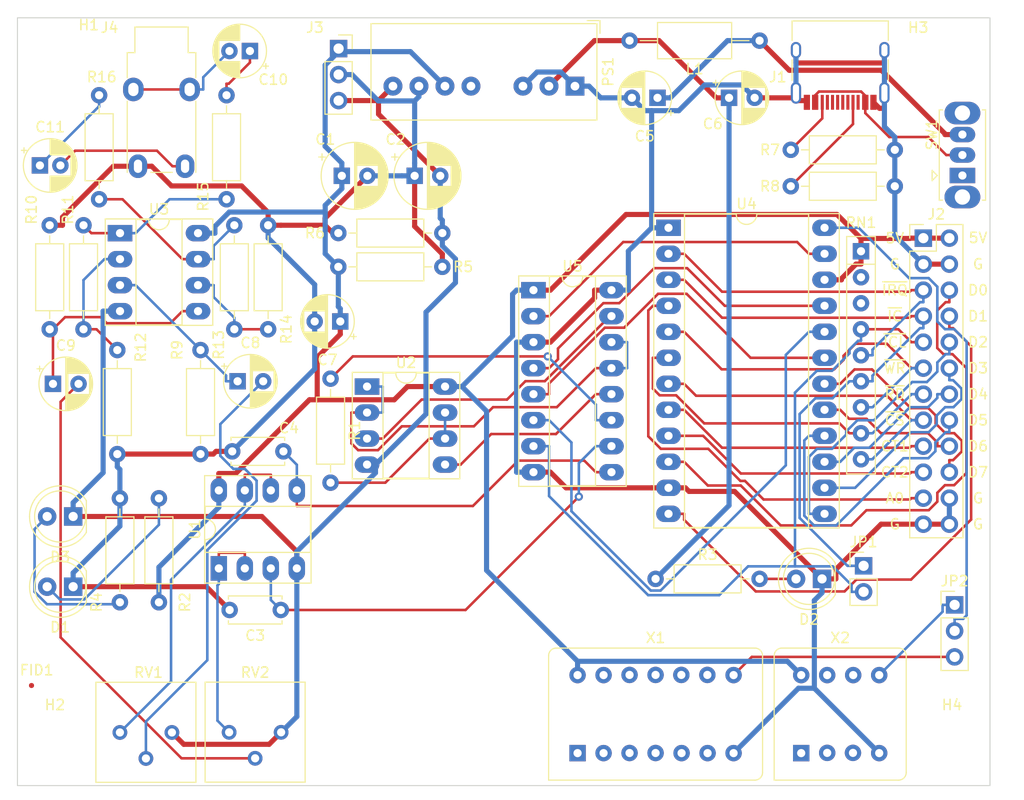
<source format=kicad_pcb>
(kicad_pcb (version 20211014) (generator pcbnew)
  (layers (0 "F.Cu" signal) (31 "B.Cu" signal) (34 "B.Paste" user) (35 "F.Paste" user) (36 "B.SilkS" user "B.Silkscreen") (37 "F.SilkS" user "F.Silkscreen") (38 "B.Mask" user) (39 "F.Mask" user) (44 "Edge.Cuts" user))
  (net 0 "")
  (net 1 "-5V")
  (net 2 "GNDA")
  (net 3 "VDD")
  (net 4 "CH2")
  (net 5 "CH1")
  (net 6 "VBUS")
  (net 7 "GND")
  (net 8 "+5V")
  (net 9 "Net-(C8-Pad1)")
  (net 10 "Net-(C8-Pad2)")
  (net 11 "Net-(C9-Pad1)")
  (net 12 "Net-(C9-Pad2)")
  (net 13 "Net-(C10-Pad1)")
  (net 14 "LCH_OUT")
  (net 15 "Net-(C11-Pad1)")
  (net 16 "RCH_OUT")
  (net 17 "Net-(D1-Pad2)")
  (net 18 "Net-(D2-Pad2)")
  (net 19 "Net-(D3-Pad2)")
  (net 20 "Net-(J1-PadA4)")
  (net 21 "Net-(J1-PadA5)")
  (net 25 "Net-(J1-PadB5)")
  (net 29 "~{IRQ}")
  (net 30 "D0")
  (net 31 "~{IC}")
  (net 32 "D1")
  (net 33 "~{ICL}")
  (net 34 "D2")
  (net 35 "~{WR}")
  (net 36 "D3")
  (net 37 "~{RD}")
  (net 38 "D4")
  (net 39 "~{CS}")
  (net 40 "D5")
  (net 41 "CT1")
  (net 42 "D6")
  (net 43 "CT2")
  (net 44 "D7")
  (net 45 "A0")
  (net 46 "CLK_DIP8")
  (net 47 "CLK")
  (net 48 "CLK_DIP14")
  (net 50 "Net-(R1-Pad1)")
  (net 51 "Net-(R1-Pad2)")
  (net 52 "Net-(R11-Pad1)")
  (net 53 "Net-(R11-Pad2)")
  (net 54 "Net-(R13-Pad1)")
  (net 55 "Net-(R13-Pad2)")
  (net 58 "LCH_FOLLOWER_OUT")
  (net 59 "RCH_FOLLOWER_OUT")
  (net 61 "Net-(U2-Pad1)")
  (net 62 "Net-(U2-Pad3)")
  (net 63 "Net-(U2-Pad5)")
  (net 64 "SH2")
  (net 65 "SH1")
  (net 66 "DATA")
  (net 67 "PHI1")
  (footprint "Potentiometer_THT:Potentiometer_Bourns_3386P_Vertical" (layer "F.Cu") (at 80.01 129.809 -90)
    (fp_text reference "RV1")
    (fp_text value "10kB")
  )
  (footprint "Resistor_THT:R_Array_SIP9" (layer "F.Cu") (at 152.4 82.804 -90)
    (fp_text reference "RN1")
    (fp_text value "4.7k * 8")
  )
  (footprint "Capacitor_THT:CP_Radial_D5.0mm_P2.50mm" (layer "F.Cu") (at 73.4709 95.758)
    (fp_text reference "C9")
    (fp_text value "10u")
  )
  (footprint "Resistor_THT:R_Axial_DIN0207_L6.3mm_D2.5mm_P10.16mm_Horizontal" (layer "F.Cu") (at 145.542 72.898)
    (fp_text reference "R7")
    (fp_text value "5.1k")
  )
  (footprint "Resistor_THT:R_Axial_DIN0207_L6.3mm_D2.5mm_P10.16mm_Horizontal" (layer "F.Cu") (at 79.756 92.456 -90)
    (fp_text reference "R12")
    (fp_text value "10k")
  )
  (footprint "Resistor_THT:R_Axial_DIN0207_L6.3mm_D2.5mm_P10.16mm_Horizontal" (layer "F.Cu") (at 94.488 90.424 90)
    (fp_text reference "R14")
    (fp_text value "10k")
  )
  (footprint "Capacitor_THT:CP_Radial_D5.0mm_P2.50mm" (layer "F.Cu") (at 139.5109 67.818)
    (fp_text reference "C6")
    (fp_text value "47uF")
  )
  (footprint "LED_THT:LED_D5.0mm" (layer "F.Cu") (at 75.443 115.57 180)
    (fp_text reference "D1")
    (fp_text value "5V_GREEN")
  )
  (footprint "Resistor_THT:R_Axial_DIN0207_L6.3mm_D2.5mm_P10.16mm_Horizontal" (layer "F.Cu") (at 80.01 117.094 90)
    (fp_text reference "R4")
    (fp_text value "2k")
  )
  (footprint "Resistor_THT:R_Axial_DIN0207_L6.3mm_D2.5mm_P10.16mm_Horizontal" (layer "F.Cu") (at 145.542 76.454)
    (fp_text reference "R8")
    (fp_text value "5.1k")
  )
  (footprint "Resistor_THT:R_Axial_DIN0207_L6.3mm_D2.5mm_P10.16mm_Horizontal" (layer "F.Cu") (at 76.454 80.264 -90)
    (fp_text reference "R11")
    (fp_text value "47k")
  )
  (footprint "Package_DIP:DIP-8_W7.62mm_Socket_LongPads" (layer "F.Cu") (at 80.02 81.036)
    (fp_text reference "U3")
    (fp_text value "NJM4580")
  )
  (footprint "Resistor_THT:R_Axial_DIN0207_L6.3mm_D2.5mm_P10.16mm_Horizontal" (layer "F.Cu") (at 101.346 81.026)
    (fp_text reference "R6")
    (fp_text value "200k")
  )
  (footprint "Capacitor_THT:CP_Radial_D5.0mm_P2.50mm" (layer "F.Cu") (at 101.5351 89.662 180)
    (fp_text reference "C7")
    (fp_text value "4.7u")
  )
  (footprint "LED_THT:LED_D5.0mm" (layer "F.Cu") (at 75.443 108.712 180)
    (fp_text reference "D3")
    (fp_text value "-5V_GREEN")
  )
  (footprint "Button_Switch_THT:SW_Slide_1P2T_CK_OS102011MS2Q" (layer "F.Cu") (at 162.306 75.406 90)
    (fp_text reference "SW1")
    (fp_text value "SW_SPDT")
  )
  (footprint "Package_DIP:DIP-8_W7.62mm_Socket_LongPads" (layer "F.Cu") (at 104.15 96.022)
    (fp_text reference "U2")
    (fp_text value "NJM4580")
  )
  (footprint "Capacitor_THT:C_Disc_D5.0mm_W2.5mm_P5.00mm" (layer "F.Cu") (at 95.728 117.846 180)
    (fp_text reference "C3")
    (fp_text value "3300p")
  )
  (footprint "MountingHole:MountingHole_3.2mm_M3" (layer "F.Cu") (at 73.66 131.318)
    (fp_text reference "H2")
    (fp_text value "MountingHole")
  )
  (footprint "Connector_PinHeader_2.54mm:PinHeader_1x02_P2.54mm_Vertical" (layer "F.Cu") (at 152.654 113.533)
    (fp_text reference "JP1")
    (fp_text value "Jumper_2_Open")
  )
  (footprint "Resistor_THT:R_Axial_DIN0207_L6.3mm_D2.5mm_P10.16mm_Horizontal" (layer "F.Cu") (at 91.186 80.264 -90)
    (fp_text reference "R13")
    (fp_text value "47k")
  )
  (footprint "Connector_PinSocket_2.54mm:PinSocket_1x03_P2.54mm_Vertical" (layer "F.Cu") (at 101.371 63.007)
    (fp_text reference "J3")
    (fp_text value "Conn_01x03")
  )
  (footprint "Resistor_THT:R_Axial_DIN0207_L6.3mm_D2.5mm_P10.16mm_Horizontal" (layer "F.Cu") (at 73.152 90.424 90)
    (fp_text reference "R10")
    (fp_text value "10k")
  )
  (footprint "Capacitor_THT:CP_Radial_D6.3mm_P2.50mm" (layer "F.Cu") (at 101.6876 75.438)
    (fp_text reference "C1")
    (fp_text value "100u")
  )
  (footprint "LED_THT:LED_D5.0mm" (layer "F.Cu") (at 148.595 114.808 180)
    (fp_text reference "D2")
    (fp_text value "VDD_GREEN")
  )
  (footprint "Capacitor_THT:CP_Radial_D6.3mm_P2.50mm" (layer "F.Cu") (at 108.7996 75.438)
    (fp_text reference "C2")
    (fp_text value "100u")
  )
  (footprint "Connector_PinHeader_2.54mm:PinHeader_2x12_P2.54mm_Vertical" (layer "F.Cu") (at 158.491 81.524)
    (fp_text reference "J2")
    (fp_text value "Conn_02x12_Odd_Even")
  )
  (footprint "Inductor_THT:L_Axial_L7.0mm_D3.3mm_P12.70mm_Horizontal_Fastron_MICC" (layer "F.Cu") (at 142.494 62.23 180)
    (fp_text reference "L1")
    (fp_text value "4.7uH")
  )
  (footprint "Resistor_THT:R_Axial_DIN0207_L6.3mm_D2.5mm_P10.16mm_Horizontal" (layer "F.Cu") (at 100.584 95.25 -90)
    (fp_text reference "R1")
    (fp_text value "270")
  )
  (footprint "Capacitor_THT:CP_Radial_D5.0mm_P2.50mm" (layer "F.Cu") (at 132.5231 67.818 180)
    (fp_text reference "C5")
    (fp_text value "47uF")
  )
  (footprint "Capacitor_THT:CP_Radial_D5.0mm_P2.00mm" (layer "F.Cu") (at 92.71 63.246 180)
    (fp_text reference "C10")
    (fp_text value "470u")
  )
  (footprint "MountingHole:MountingHole_3.2mm_M3" (layer "F.Cu") (at 161.29 63.754)
    (fp_text reference "H3")
    (fp_text value "MountingHole")
  )
  (footprint "Connector_USB:USB_C_Receptacle_HRO_TYPE-C-31-M-12" (layer "F.Cu") (at 150.368 64.21 180)
    (fp_text reference "J1")
    (fp_text value "USB_C_Receptacle_USB2.0")
  )
  (footprint "Capacitor_THT:CP_Radial_D5.0mm_P2.00mm" (layer "F.Cu") (at 72.1969 74.422)
    (fp_text reference "C11")
    (fp_text value "470u")
  )
  (footprint "Potentiometer_THT:Potentiometer_Bourns_3386P_Vertical" (layer "F.Cu") (at 90.678 129.794 -90)
    (fp_text reference "RV2")
    (fp_text value "10kB")
  )
  (footprint "Resistor_THT:R_Axial_DIN0207_L6.3mm_D2.5mm_P10.16mm_Horizontal" (layer "F.Cu") (at 101.346 84.328)
    (fp_text reference "R5")
    (fp_text value "200k")
  )
  (footprint "Package_DIP:DIP-16_W7.62mm_Socket_LongPads" (layer "F.Cu") (at 120.406 86.604)
    (fp_text reference "U5")
    (fp_text value "YM3012")
  )
  (footprint "Package_DIP:DIP-8_W7.62mm_Socket_LongPads" (layer "F.Cu") (at 89.672 113.782 90)
    (fp_text reference "U1")
    (fp_text value "NJM4580")
  )
  (footprint "Resistor_THT:R_Axial_DIN0207_L6.3mm_D2.5mm_P10.16mm_Horizontal" (layer "F.Cu") (at 90.424 77.724 90)
    (fp_text reference "R15")
    (fp_text value "47")
  )
  (footprint "Connector_PinHeader_2.54mm:PinHeader_1x03_P2.54mm_Vertical" (layer "F.Cu") (at 161.544 117.348)
    (fp_text reference "JP2")
    (fp_text value "Jumper_3_Open")
  )
  (footprint "Package_DIP:DIP-24_W15.24mm_Socket_LongPads" (layer "F.Cu") (at 133.599 80.513)
    (fp_text reference "U4")
    (fp_text value "YM2151")
  )
  (footprint "Capacitor_THT:CP_Radial_D5.0mm_P2.50mm" (layer "F.Cu") (at 91.5049 95.504)
    (fp_text reference "C8")
    (fp_text value "10u")
  )
  (footprint "Connector_Audio:Jack_3.5mm_Lumberg_1503_07_Horizontal" (layer "F.Cu") (at 81.324 67.001)
    (fp_text reference "J4")
    (fp_text value "AudioJack3")
  )
  (footprint "Resistor_THT:R_Axial_DIN0207_L6.3mm_D2.5mm_P10.16mm_Horizontal" (layer "F.Cu") (at 87.884 92.456 -90)
    (fp_text reference "R9")
    (fp_text value "10k")
  )
  (footprint "MayLib:Oscillator_DIP-8_Full" (layer "F.Cu") (at 146.558 131.826)
    (fp_text reference "X2")
    (fp_text value "CXO_DIP8")
  )
  (footprint "MountingHole:MountingHole_3.2mm_M3" (layer "F.Cu") (at 161.29 131.318)
    (fp_text reference "H4")
    (fp_text value "MountingHole")
  )
  (footprint "Converter_DCDC:Converter_DCDC_XP_POWER-ITxxxxxS_THT" (layer "F.Cu") (at 124.46 66.678 -90)
    (fp_text reference "PS1")
    (fp_text value "ITX0505S-R")
  )
  (footprint "Capacitor_THT:C_Disc_D5.0mm_W2.5mm_P5.00mm" (layer "F.Cu") (at 95.982 102.352 180)
    (fp_text reference "C4")
    (fp_text value "3300p")
  )
  (footprint "MayLib:Oscillator_DIP-14_Full" (layer "F.Cu") (at 124.714 131.826)
    (fp_text reference "X1")
    (fp_text value "CXO_DIP14")
  )
  (footprint "Resistor_THT:R_Axial_DIN0207_L6.3mm_D2.5mm_P10.16mm_Horizontal" (layer "F.Cu") (at 132.334 114.808)
    (fp_text reference "R3")
    (fp_text value "2k")
  )
  (footprint "Resistor_THT:R_Axial_DIN0207_L6.3mm_D2.5mm_P10.16mm_Horizontal" (layer "F.Cu") (at 83.82 117.094 90)
    (fp_text reference "R2")
    (fp_text value "2k")
  )
  (footprint "Resistor_THT:R_Axial_DIN0207_L6.3mm_D2.5mm_P10.16mm_Horizontal" (layer "F.Cu") (at 77.978 77.724 90)
    (fp_text reference "R16")
    (fp_text value "47")
  )
  (footprint "Fiducial:Fiducial_0.5mm_Mask1mm" (layer "F.Cu") (at 71.374 125.222)
    (fp_text reference "FID1")
    (fp_text value "Fiducial")
  )
  (footprint "MountingHole:MountingHole_3.2mm_M3" (layer "F.Cu") (at 73.66 63.754)
    (fp_text reference "H1")
    (fp_text value "MountingHole")
  )
  (gr_rect (start 70 60) (end 165 135) (layer "Edge.Cuts") (width 0.1) (fill none))
  (gr_text "~{IRQ}" (at 155.702 86.609) (layer "F.SilkS") (effects (font (size 1 1))))
  (gr_text "D5" (at 163.83 99.309) (layer "F.SilkS") (effects (font (size 1 1))))
  (gr_text "G" (at 155.702 109.469) (layer "F.SilkS") (effects (font (size 1 1))))
  (gr_text "D3" (at 163.83 94.229) (layer "F.SilkS") (effects (font (size 1 1))))
  (gr_text "5V" (at 155.702 81.529) (layer "F.SilkS") (effects (font (size 1 1))))
  (gr_text "CT2" (at 155.702 104.389) (layer "F.SilkS") (effects (font (size 1 1))))
  (gr_text "G" (at 163.83 109.469) (layer "F.SilkS") (effects (font (size 1 1))))
  (gr_text "~{ICL}" (at 155.702 91.689) (layer "F.SilkS") (effects (font (size 1 1))))
  (gr_text "D4" (at 163.83 96.769) (layer "F.SilkS") (effects (font (size 1 1))))
  (gr_text "D2" (at 163.83 91.689) (layer "F.SilkS") (effects (font (size 1 1))))
  (gr_text "~{CS}" (at 155.702 99.309) (layer "F.SilkS") (effects (font (size 1 1))))
  (gr_text "D1" (at 163.83 89.149) (layer "F.SilkS") (effects (font (size 1 1))))
  (gr_text "D7" (at 163.83 104.389) (layer "F.SilkS") (effects (font (size 1 1))))
  (gr_text "G" (at 163.83 84.069) (layer "F.SilkS") (effects (font (size 1 1))))
  (gr_text "A0" (at 155.702 106.929) (layer "F.SilkS") (effects (font (size 1 1))))
  (gr_text "D0" (at 163.83 86.609) (layer "F.SilkS") (effects (font (size 1 1))))
  (gr_text "G" (at 155.702 84.069) (layer "F.SilkS") (effects (font (size 1 1))))
  (gr_text "~{WR}" (at 155.702 94.229) (layer "F.SilkS") (effects (font (size 1 1))))
  (gr_text "D6" (at 163.83 101.849) (layer "F.SilkS") (effects (font (size 1 1))))
  (gr_text "G" (at 163.83 106.929) (layer "F.SilkS") (effects (font (size 1 1))))
  (gr_text "~{RD}" (at 155.702 96.769) (layer "F.SilkS") (effects (font (size 1 1))))
  (gr_text "5V" (at 163.83 81.494) (layer "F.SilkS") (effects (font (size 1 1))))
  (gr_text "CT1" (at 155.702 101.849) (layer "F.SilkS") (effects (font (size 1 1))))
  (gr_text "~{IC}" (at 155.702 89.149) (layer "F.SilkS") (effects (font (size 1 1))))
  (segment (start 105.271 69.4094) (end 111.2996 75.438) (width 0.5) (layer "F.Cu") (net 1))
  (segment (start 93.8721 108.712) (end 97.292 112.1319) (width 0.5) (layer "F.Cu") (net 1))
  (segment (start 105.271 68.087) (end 105.271 69.4094) (width 0.5) (layer "F.Cu") (net 1))
  (segment (start 75.443 108.712) (end 93.8721 108.712) (width 0.5) (layer "F.Cu") (net 1))
  (segment (start 97.292 113.782) (end 97.292 112.1319) (width 0.5) (layer "F.Cu") (net 1))
  (segment (start 106.68 66.678) (end 105.271 68.087) (width 0.5) (layer "F.Cu") (net 1))
  (segment (start 95.758 129.794) (end 94.5853 130.9667) (width 0.5) (layer "F.Cu") (net 1))
  (segment (start 94.5853 130.9667) (end 86.2477 130.9667) (width 0.5) (layer "F.Cu") (net 1))
  (segment (start 105.271 68.087) (end 101.371 68.087) (width 0.5) (layer "F.Cu") (net 1))
  (segment (start 86.2477 130.9667) (end 85.09 129.809) (width 0.5) (layer "F.Cu") (net 1))
  (segment (start 78.3699 88.656) (end 78.3699 104.435) (width 0.5) (layer "B.Cu") (net 1))
  (segment (start 104.15 103.642) (end 104.9751 103.642) (width 0.5) (layer "B.Cu") (net 1))
  (segment (start 109.9059 98.7112) (end 109.9059 88.7541) (width 0.5) (layer "B.Cu") (net 1))
  (segment (start 111.506 81.026) (end 111.506 79.7759) (width 0.5) (layer "B.Cu") (net 1))
  (segment (start 111.2996 75.438) (end 111.2996 79.5695) (width 0.5) (layer "B.Cu") (net 1))
  (segment (start 111.506 81.026) (end 111.506 82.2761) (width 0.5) (layer "B.Cu") (net 1))
  (segment (start 104.9751 103.642) (end 104.9751 104.4488) (width 0.5) (layer "B.Cu") (net 1))
  (segment (start 112.7884 83.5585) (end 111.506 82.2761) (width 0.5) (layer "B.Cu") (net 1))
  (segment (start 112.7884 85.8716) (end 112.7884 83.5585) (width 0.5) (layer "B.Cu") (net 1))
  (segment (start 97.292 128.26) (end 95.758 129.794) (width 0.5) (layer "B.Cu") (net 1))
  (segment (start 80.02 88.656) (end 78.3699 88.656) (width 0.5) (layer "B.Cu") (net 1))
  (segment (start 97.292 113.782) (end 97.292 112.1319) (width 0.5) (layer "B.Cu") (net 1))
  (segment (start 111.2996 79.5695) (end 111.506 79.7759) (width 0.5) (layer "B.Cu") (net 1))
  (segment (start 97.292 113.782) (end 97.292 128.26) (width 0.5) (layer "B.Cu") (net 1))
  (segment (start 78.3699 104.435) (end 75.443 107.3619) (width 0.5) (layer "B.Cu") (net 1))
  (segment (start 104.9751 103.642) (end 109.9059 98.7112) (width 0.5) (layer "B.Cu") (net 1))
  (segment (start 75.443 108.712) (end 75.443 107.3619) (width 0.5) (layer "B.Cu") (net 1))
  (segment (start 104.9751 104.4488) (end 97.292 112.1319) (width 0.5) (layer "B.Cu") (net 1))
  (segment (start 109.9059 88.7541) (end 112.7884 85.8716) (width 0.5) (layer "B.Cu") (net 1))
  (segment (start 74.4021 80.264) (end 74.4021 79.4715) (width 0.5) (layer "F.Cu") (net 2))
  (segment (start 100.8033 81.026) (end 100.0413 80.264) (width 0.5) (layer "F.Cu") (net 2))
  (segment (start 111.506 84.328) (end 111.506 83.0779) (width 0.5) (layer "F.Cu") (net 2))
  (segment (start 79.3726 74.501) (end 81.774 74.501) (width 0.5) (layer "F.Cu") (net 2))
  (segment (start 100.0413 79.5843) (end 104.1876 75.438) (width 0.5) (layer "F.Cu") (net 2))
  (segment (start 81.774 74.501) (end 83.1241 74.501) (width 0.5) (layer "F.Cu") (net 2))
  (segment (start 85.0473 76.4242) (end 91.8983 76.4242) (width 0.5) (layer "F.Cu") (net 2))
  (segment (start 73.152 80.264) (end 74.4021 80.264) (width 0.5) (layer "F.Cu") (net 2))
  (segment (start 94.488 80.264) (end 94.488 79.0139) (width 0.5) (layer "F.Cu") (net 2))
  (segment (start 101.346 81.026) (end 100.8033 81.026) (width 0.5) (layer "F.Cu") (net 2))
  (segment (start 91.8983 76.4242) (end 94.488 79.0139) (width 0.5) (layer "F.Cu") (net 2))
  (segment (start 100.0413 80.264) (end 95.7381 80.264) (width 0.5) (layer "F.Cu") (net 2))
  (segment (start 90.982 102.352) (end 89.3981 102.352) (width 0.5) (layer "F.Cu") (net 2))
  (segment (start 108.7996 75.438) (end 108.7996 80.3715) (width 0.5) (layer "F.Cu") (net 2))
  (segment (start 83.1241 74.501) (end 85.0473 76.4242) (width 0.5) (layer "F.Cu") (net 2))
  (segment (start 100.0413 80.264) (end 100.0413 79.5843) (width 0.5) (layer "F.Cu") (net 2))
  (segment (start 74.4021 79.4715) (end 79.3726 74.501) (width 0.5) (layer "F.Cu") (net 2))
  (segment (start 90.728 117.846) (end 88.452 115.57) (width 0.5) (layer "F.Cu") (net 2))
  (segment (start 87.884 102.616) (end 79.756 102.616) (width 0.5) (layer "F.Cu") (net 2))
  (segment (start 94.488 80.264) (end 95.7381 80.264) (width 0.5) (layer "F.Cu") (net 2))
  (segment (start 108.7996 80.3715) (end 111.506 83.0779) (width 0.5) (layer "F.Cu") (net 2))
  (segment (start 89.3981 102.352) (end 89.1341 102.616) (width 0.5) (layer "F.Cu") (net 2))
  (segment (start 87.884 102.616) (end 89.1341 102.616) (width 0.5) (layer "F.Cu") (net 2))
  (segment (start 88.452 115.57) (end 75.443 115.57) (width 0.5) (layer "F.Cu") (net 2))
  (segment (start 94.488 81.5141) (end 99.0351 86.0612) (width 0.5) (layer "B.Cu") (net 2))
  (segment (start 108.7996 68.1219) (end 108.7996 74.1879) (width 0.5) (layer "B.Cu") (net 2))
  (segment (start 105.246 68.1219) (end 102.6711 65.547) (width 0.5) (layer "B.Cu") (net 2))
  (segment (start 109.22 66.678) (end 109.22 67.7015) (width 0.5) (layer "B.Cu") (net 2))
  (segment (start 75.443 114.2199) (end 80.01 109.6529) (width 0.5) (layer "B.Cu") (net 2))
  (segment (start 99.0351 94.2989) (end 90.982 102.352) (width 0.5) (layer "B.Cu") (net 2))
  (segment (start 94.488 80.264) (end 94.488 81.5141) (width 0.5) (layer "B.Cu") (net 2))
  (segment (start 99.0351 86.0612) (end 99.0351 89.662) (width 0.5) (layer "B.Cu") (net 2))
  (segment (start 75.443 115.57) (end 75.443 114.2199) (width 0.5) (layer "B.Cu") (net 2))
  (segment (start 99.0351 89.662) (end 99.0351 94.2989) (width 0.5) (layer "B.Cu") (net 2))
  (segment (start 108.7996 75.438) (end 107.5495 75.438) (width 0.5) (layer "B.Cu") (net 2))
  (segment (start 108.7996 68.1219) (end 105.246 68.1219) (width 0.5) (layer "B.Cu") (net 2))
  (segment (start 80.01 109.6529) (end 80.01 106.934) (width 0.5) (layer "B.Cu") (net 2))
  (segment (start 109.22 67.7015) (end 108.7996 68.1219) (width 0.5) (layer "B.Cu") (net 2))
  (segment (start 79.756 102.616) (end 79.756 103.8661) (width 0.5) (layer "B.Cu") (net 2))
  (segment (start 101.371 65.547) (end 102.6711 65.547) (width 0.5) (layer "B.Cu") (net 2))
  (segment (start 80.01 106.934) (end 80.01 104.1201) (width 0.5) (layer "B.Cu") (net 2))
  (segment (start 80.01 104.1201) (end 79.756 103.8661) (width 0.5) (layer "B.Cu") (net 2))
  (segment (start 104.1876 75.438) (end 107.5495 75.438) (width 0.5) (layer "B.Cu") (net 2))
  (segment (start 108.7996 75.438) (end 108.7996 74.1879) (width 0.5) (layer "B.Cu") (net 2))
  (segment (start 138.2608 67.818) (end 132.6728 62.23) (width 0.5) (layer "F.Cu") (net 3))
  (segment (start 132.6728 62.23) (end 129.794 62.23) (width 0.5) (layer "F.Cu") (net 3))
  (segment (start 121.92 66.678) (end 126.368 62.23) (width 0.5) (layer "F.Cu") (net 3))
  (segment (start 126.368 62.23) (end 129.794 62.23) (width 0.5) (layer "F.Cu") (net 3))
  (segment (start 139.5109 67.818) (end 138.2608 67.818) (width 0.5) (layer "F.Cu") (net 3))
  (segment (start 132.334 114.808) (end 139.5109 107.6311) (width 0.5) (layer "B.Cu") (net 3))
  (segment (start 139.5109 67.818) (end 139.5109 69.0681) (width 0.5) (layer "B.Cu") (net 3))
  (segment (start 139.5109 107.6311) (end 139.5109 69.0681) (width 0.5) (layer "B.Cu") (net 3))
  (segment (start 95.728 117.846) (end 113.7731 117.846) (width 0.25) (layer "F.Cu") (net 4))
  (segment (start 113.7731 117.846) (end 124.8403 106.7788) (width 0.25) (layer "F.Cu") (net 4))
  (via (at 124.8403 106.7788) (size 0.8) (drill 0.4) (layers "F.Cu" "B.Cu") (net 4))
  (segment (start 124.8403 106.7788) (end 124.8403 103.5046) (width 0.25) (layer "B.Cu") (net 4))
  (segment (start 94.752 116.87) (end 95.728 117.846) (width 0.25) (layer "B.Cu") (net 4))
  (segment (start 124.8403 103.5046) (end 126.5009 101.844) (width 0.25) (layer "B.Cu") (net 4))
  (segment (start 128.026 101.844) (end 126.5009 101.844) (width 0.25) (layer "B.Cu") (net 4))
  (segment (start 94.752 113.782) (end 94.752 116.87) (width 0.25) (layer "B.Cu") (net 4))
  (segment (start 97.292 106.162) (end 97.292 107.6871) (width 0.25) (layer "F.Cu") (net 5))
  (segment (start 118.9227 103.2536) (end 125.3705 103.2536) (width 0.25) (layer "F.Cu") (net 5))
  (segment (start 114.4892 107.6871) (end 118.9227 103.2536) (width 0.25) (layer "F.Cu") (net 5))
  (segment (start 97.292 107.6871) (end 114.4892 107.6871) (width 0.25) (layer "F.Cu") (net 5))
  (segment (start 128.026 104.384) (end 126.5009 104.384) (width 0.25) (layer "F.Cu") (net 5))
  (segment (start 125.3705 103.2536) (end 126.5009 104.384) (width 0.25) (layer "F.Cu") (net 5))
  (segment (start 95.982 102.352) (end 97.292 103.662) (width 0.25) (layer "B.Cu") (net 5))
  (segment (start 97.292 103.662) (end 97.292 106.162) (width 0.25) (layer "B.Cu") (net 5))
  (segment (start 145.389 65.125) (end 154.3979 65.125) (width 0.5) (layer "F.Cu") (net 6))
  (segment (start 142.494 62.23) (end 145.389 65.125) (width 0.5) (layer "F.Cu") (net 6))
  (segment (start 154.3979 65.125) (end 160.6059 71.333) (width 0.5) (layer "F.Cu") (net 6))
  (segment (start 162.306 71.406) (end 160.6059 71.406) (width 0.5) (layer "F.Cu") (net 6))
  (segment (start 160.6059 71.333) (end 160.6059 71.406) (width 0.5) (layer "F.Cu") (net 6))
  (segment (start 132.5231 67.818) (end 133.7732 67.818) (width 0.5) (layer "B.Cu") (net 6))
  (segment (start 133.7732 67.818) (end 139.3612 62.23) (width 0.5) (layer "B.Cu") (net 6))
  (segment (start 139.3612 62.23) (end 142.494 62.23) (width 0.5) (layer "B.Cu") (net 6))
  (segment (start 146.048 68.09) (end 146.953 68.09) (width 0.5) (layer "F.Cu") (net 7))
  (segment (start 122.0561 91.684) (end 126.3759 87.3642) (width 0.5) (layer "F.Cu") (net 7))
  (segment (start 158.491 109.464) (end 154.3609 109.464) (width 0.5) (layer "F.Cu") (net 7))
  (segment (start 146.953 68.09) (end 147.118 68.255) (width 0.5) (layer "F.Cu") (net 7))
  (segment (start 146.048 63.16) (end 146.048 64.4101) (width 0.5) (layer "F.Cu") (net 7))
  (segment (start 133.599 105.913) (end 135.2491 105.913) (width 0.5) (layer "F.Cu") (net 7))
  (segment (start 120.406 104.384) (end 122.0561 104.384) (width 0.5) (layer "F.Cu") (net 7))
  (segment (start 146.048 67.34) (end 146.048 67.818) (width 0.5) (layer "F.Cu") (net 7))
  (segment (start 128.026 86.604) (end 126.3759 86.604) (width 0.5) (layer "F.Cu") (net 7))
  (segment (start 161.031 109.464) (end 158.491 109.464) (width 0.5) (layer "F.Cu") (net 7))
  (segment (start 126.3759 87.3642) (end 126.3759 86.604) (width 0.5) (layer "F.Cu") (net 7))
  (segment (start 135.5996 106.2635) (end 140.0505 106.2635) (width 0.5) (layer "F.Cu") (net 7))
  (segment (start 154.688 68.8401) (end 154.2031 68.8401) (width 0.5) (layer "F.Cu") (net 7))
  (segment (start 142.0109 67.818) (end 146.048 67.818) (width 0.5) (layer "F.Cu") (net 7))
  (segment (start 146.048 67.818) (end 146.048 68.09) (width 0.5) (layer "F.Cu") (net 7))
  (segment (start 154.688 63.16) (end 154.688 64.4101) (width 0.5) (layer "F.Cu") (net 7))
  (segment (start 123.5851 105.913) (end 122.0561 104.384) (width 0.5) (layer "F.Cu") (net 7))
  (segment (start 120.406 91.684) (end 122.0561 91.684) (width 0.5) (layer "F.Cu") (net 7))
  (segment (start 140.0505 106.2635) (end 148.595 114.808) (width 0.5) (layer "F.Cu") (net 7))
  (segment (start 149.9451 113.8798) (end 149.9451 114.808) (width 0.5) (layer "F.Cu") (net 7))
  (segment (start 146.048 64.4101) (end 154.688 64.4101) (width 0.5) (layer "F.Cu") (net 7))
  (segment (start 133.599 105.913) (end 131.9489 105.913) (width 0.5) (layer "F.Cu") (net 7))
  (segment (start 154.688 67.34) (end 154.688 68.8401) (width 0.5) (layer "F.Cu") (net 7))
  (segment (start 154.2031 68.8401) (end 153.618 68.255) (width 0.5) (layer "F.Cu") (net 7))
  (segment (start 135.2491 105.913) (end 135.5996 106.2635) (width 0.5) (layer "F.Cu") (net 7))
  (segment (start 161.031 84.064) (end 158.491 84.064) (width 0.5) (layer "F.Cu") (net 7))
  (segment (start 154.3609 109.464) (end 149.9451 113.8798) (width 0.5) (layer "F.Cu") (net 7))
  (segment (start 148.595 114.808) (end 149.9451 114.808) (width 0.5) (layer "F.Cu") (net 7))
  (segment (start 131.9489 105.913) (end 123.5851 105.913) (width 0.5) (layer "F.Cu") (net 7))
  (segment (start 148.595 114.808) (end 148.595 116.1581) (width 0.5) (layer "B.Cu") (net 7))
  (segment (start 120.406 91.684) (end 118.7559 91.684) (width 0.5) (layer "B.Cu") (net 7))
  (segment (start 133.599 80.513) (end 131.9489 80.513) (width 0.5) (layer "B.Cu") (net 7))
  (segment (start 147.8427 125.4907) (end 154.178 131.826) (width 0.5) (layer "B.Cu") (net 7))
  (segment (start 118.7559 104.384) (end 118.7559 91.684) (width 0.5) (layer "B.Cu") (net 7))
  (segment (start 148.595 116.1581) (end 147.8427 116.9104) (width 0.5) (layer "B.Cu") (net 7))
  (segment (start 154.688 63.16) (end 154.688 67.34) (width 0.5) (layer "B.Cu") (net 7))
  (segment (start 131.9489 80.513) (end 129.6761 82.7858) (width 0.5) (layer "B.Cu") (net 7))
  (segment (start 131.9489 80.513) (end 131.9489 69.0717) (width 0.5) (layer "B.Cu") (net 7))
  (segment (start 146.2893 125.4907) (end 147.8427 125.4907) (width 0.5) (layer "B.Cu") (net 7))
  (segment (start 134.604 69.0717) (end 137.1169 66.5588) (width 0.5) (layer "B.Cu") (net 7))
  (segment (start 123.0808 65.2988) (end 124.46 66.678) (width 0.5) (layer "B.Cu") (net 7))
  (segment (start 155.702 81.275) (end 155.702 76.454) (width 0.5) (layer "B.Cu") (net 7))
  (segment (start 130.0231 67.818) (end 131.2768 69.0717) (width 0.5) (layer "B.Cu") (net 7))
  (segment (start 128.026 86.604) (end 129.6761 86.604) (width 0.5) (layer "B.Cu") (net 7))
  (segment (start 158.491 84.064) (end 155.702 81.275) (width 0.5) (layer "B.Cu") (net 7))
  (segment (start 124.46 66.678) (end 125.8351 66.678) (width 0.5) (layer "B.Cu") (net 7))
  (segment (start 146.048 63.16) (end 146.048 67.34) (width 0.5) (layer "B.Cu") (net 7))
  (segment (start 126.9751 67.818) (end 125.8351 66.678) (width 0.5) (layer "B.Cu") (net 7))
  (segment (start 140.7517 66.5588) (end 142.0109 67.818) (width 0.5) (layer "B.Cu") (net 7))
  (segment (start 131.9489 69.0717) (end 134.604 69.0717) (width 0.5) (layer "B.Cu") (net 7))
  (segment (start 129.6761 82.7858) (end 129.6761 86.604) (width 0.5) (layer "B.Cu") (net 7))
  (segment (start 155.702 72.898) (end 155.702 71.6479) (width 0.5) (layer "B.Cu") (net 7))
  (segment (start 154.688 70.6339) (end 155.702 71.6479) (width 0.5) (layer "B.Cu") (net 7))
  (segment (start 155.702 76.454) (end 155.702 72.898) (width 0.5) (layer "B.Cu") (net 7))
  (segment (start 130.0231 67.818) (end 126.9751 67.818) (width 0.5) (layer "B.Cu") (net 7))
  (segment (start 131.2768 69.0717) (end 131.9489 69.0717) (width 0.5) (layer "B.Cu") (net 7))
  (segment (start 119.38 66.678) (end 120.7592 65.2988) (width 0.5) (layer "B.Cu") (net 7))
  (segment (start 137.1169 66.5588) (end 140.7517 66.5588) (width 0.5) (layer "B.Cu") (net 7))
  (segment (start 154.688 67.34) (end 154.688 70.6339) (width 0.5) (layer "B.Cu") (net 7))
  (segment (start 120.406 104.384) (end 118.7559 104.384) (width 0.5) (layer "B.Cu") (net 7))
  (segment (start 147.8427 116.9104) (end 147.8427 125.4907) (width 0.5) (layer "B.Cu") (net 7))
  (segment (start 120.7592 65.2988) (end 123.0808 65.2988) (width 0.5) (layer "B.Cu") (net 7))
  (segment (start 161.031 109.464) (end 161.031 106.924) (width 0.5) (layer "B.Cu") (net 7))
  (segment (start 139.954 131.826) (end 146.2893 125.4907) (width 0.5) (layer "B.Cu") (net 7))
  (segment (start 106.8078 97.3118) (end 108.0976 96.022) (width 0.5) (layer "F.Cu") (net 8))
  (segment (start 99.2831 97.3118) (end 99.2831 93.1641) (width 0.5) (layer "F.Cu") (net 8))
  (segment (start 101.5351 89.662) (end 101.5351 90.9121) (width 0.5) (layer "F.Cu") (net 8))
  (segment (start 161.031 81.524) (end 158.491 81.524) (width 0.5) (layer "F.Cu") (net 8))
  (segment (start 99.2831 97.3118) (end 106.8078 97.3118) (width 0.5) (layer "F.Cu") (net 8))
  (segment (start 89.672 104.5119) (end 91.322 104.5119) (width 0.5) (layer "F.Cu") (net 8))
  (segment (start 152.4 82.804) (end 152.4 84.0541) (width 0.5) (layer "F.Cu") (net 8))
  (segment (start 151.9182 84.0541) (end 152.4 84.0541) (width 0.5) (layer "F.Cu") (net 8))
  (segment (start 99.2831 93.1641) (end 101.5351 90.9121) (width 0.5) (layer "F.Cu") (net 8))
  (segment (start 148.839 85.593) (end 150.4891 85.593) (width 0.5) (layer "F.Cu") (net 8))
  (segment (start 152.4 82.804) (end 152.4 81.5539) (width 0.5) (layer "F.Cu") (net 8))
  (segment (start 158.491 81.524) (end 157.1909 81.524) (width 0.5) (layer "F.Cu") (net 8))
  (segment (start 122.0561 86.604) (end 129.4492 79.2109) (width 0.5) (layer "F.Cu") (net 8))
  (segment (start 152.4 81.5539) (end 157.161 81.5539) (width 0.5) (layer "F.Cu") (net 8))
  (segment (start 157.161 81.5539) (end 157.1909 81.524) (width 0.5) (layer "F.Cu") (net 8))
  (segment (start 91.322 104.5119) (end 98.5221 97.3118) (width 0.5) (layer "F.Cu") (net 8))
  (segment (start 129.4492 79.2109) (end 150.057 79.2109) (width 0.5) (layer "F.Cu") (net 8))
  (segment (start 89.672 106.162) (end 89.672 104.5119) (width 0.5) (layer "F.Cu") (net 8))
  (segment (start 150.4891 85.593) (end 150.4891 85.4832) (width 0.5) (layer "F.Cu") (net 8))
  (segment (start 98.5221 97.3118) (end 99.2831 97.3118) (width 0.5) (layer "F.Cu") (net 8))
  (segment (start 150.4891 85.4832) (end 151.9182 84.0541) (width 0.5) (layer "F.Cu") (net 8))
  (segment (start 150.057 79.2109) (end 152.4 81.5539) (width 0.5) (layer "F.Cu") (net 8))
  (segment (start 120.406 86.604) (end 122.0561 86.604) (width 0.5) (layer "F.Cu") (net 8))
  (segment (start 108.0976 96.022) (end 111.77 96.022) (width 0.5) (layer "F.Cu") (net 8))
  (segment (start 100.0566 72.5569) (end 100.0566 64.6205) (width 0.5) (layer "B.Cu") (net 8))
  (segment (start 118.7559 86.604) (end 120.406 86.604) (width 0.5) (layer "B.Cu") (net 8))
  (segment (start 87.64 81.036) (end 89.2901 81.036) (width 0.5) (layer "B.Cu") (net 8))
  (segment (start 101.371 63.007) (end 101.371 63.3061) (width 0.5) (layer "B.Cu") (net 8))
  (segment (start 100.0636 78.9742) (end 100.0636 83.0456) (width 0.5) (layer "B.Cu") (net 8))
  (segment (start 145.2123 122.8603) (end 146.558 124.206) (width 0.5) (layer "B.Cu") (net 8))
  (segment (start 89.2901 80.3765) (end 89.2901 81.036) (width 0.5) (layer "B.Cu") (net 8))
  (segment (start 118.364 91.0781) (end 118.364 86.9959) (width 0.5) (layer "B.Cu") (net 8))
  (segment (start 101.5351 89.662) (end 101.5351 88.4119) (width 0.5) (layer "B.Cu") (net 8))
  (segment (start 118.364 86.9959) (end 118.7559 86.604) (width 0.5) (layer "B.Cu") (net 8))
  (segment (start 100.0636 78.9742) (end 90.6924 78.9742) (width 0.5) (layer "B.Cu") (net 8))
  (segment (start 115.824 98.4259) (end 113.4201 96.022) (width 0.5) (layer "B.Cu") (net 8))
  (segment (start 100.0566 64.6205) (end 101.371 63.3061) (width 0.5) (layer "B.Cu") (net 8))
  (segment (start 89.672 106.162) (end 89.672 107.8121) (width 0.5) (layer "B.Cu") (net 8))
  (segment (start 101.5351 88.4119) (end 101.346 88.2228) (width 0.5) (layer "B.Cu") (net 8))
  (segment (start 115.824 113.9703) (end 115.824 98.4259) (width 0.5) (layer "B.Cu") (net 8))
  (segment (start 124.714 122.8603) (end 145.2123 122.8603) (width 0.5) (layer "B.Cu") (net 8))
  (segment (start 100.0636 78.3121) (end 100.0636 78.9742) (width 0.5) (layer "B.Cu") (net 8))
  (segment (start 108.3881 63.3061) (end 111.76 66.678) (width 0.5) (layer "B.Cu") (net 8))
  (segment (start 113.4201 96.022) (end 118.364 91.0781) (width 0.5) (layer "B.Cu") (net 8))
  (segment (start 124.714 122.8603) (end 115.824 113.9703) (width 0.5) (layer "B.Cu") (net 8))
  (segment (start 101.371 63.3061) (end 108.3881 63.3061) (width 0.5) (layer "B.Cu") (net 8))
  (segment (start 90.6924 78.9742) (end 89.2901 80.3765) (width 0.5) (layer "B.Cu") (net 8))
  (segment (start 83.82 117.094) (end 83.82 113.6641) (width 0.5) (layer "B.Cu") (net 8))
  (segment (start 101.6876 76.6881) (end 100.0636 78.3121) (width 0.5) (layer "B.Cu") (net 8))
  (segment (start 101.346 88.2228) (end 101.346 84.328) (width 0.5) (layer "B.Cu") (net 8))
  (segment (start 101.6876 74.1879) (end 100.0566 72.5569) (width 0.5) (layer "B.Cu") (net 8))
  (segment (start 83.82 113.6641) (end 89.672 107.8121) (width 0.5) (layer "B.Cu") (net 8))
  (segment (start 100.0636 83.0456) (end 101.346 84.328) (width 0.5) (layer "B.Cu") (net 8))
  (segment (start 101.6876 75.438) (end 101.6876 74.1879) (width 0.5) (layer "B.Cu") (net 8))
  (segment (start 111.77 96.022) (end 113.4201 96.022) (width 0.5) (layer "B.Cu") (net 8))
  (segment (start 101.6876 75.438) (end 101.6876 76.6881) (width 0.5) (layer "B.Cu") (net 8))
  (segment (start 124.714 124.206) (end 124.714 122.8603) (width 0.5) (layer "B.Cu") (net 8))
  (segment (start 90.3798 94.9518) (end 87.884 92.456) (width 0.25) (layer "B.Cu") (net 9))
  (segment (start 90.3798 95.504) (end 90.3798 94.9518) (width 0.25) (layer "B.Cu") (net 9))
  (segment (start 87.884 92.456) (end 81.5451 86.1171) (width 0.25) (layer "B.Cu") (net 9))
  (segment (start 91.5049 95.504) (end 90.3798 95.504) (width 0.25) (layer "B.Cu") (net 9))
  (segment (start 81.5451 86.1171) (end 81.5451 86.116) (width 0.25) (layer "B.Cu") (net 9))
  (segment (start 80.02 86.116) (end 81.5451 86.116) (width 0.25) (layer "B.Cu") (net 9))
  (segment (start 89.8181 102.7906) (end 91.0934 104.0659) (width 0.25) (layer "B.Cu") (net 10))
  (segment (start 88.5468 122.7504) (end 82.55 128.7472) (width 0.25) (layer "B.Cu") (net 10))
  (segment (start 93.3622 107.1736) (end 88.5468 111.989) (width 0.25) (layer "B.Cu") (net 10))
  (segment (start 89.8181 99.6908) (end 89.8181 102.7906) (width 0.25) (layer "B.Cu") (net 10))
  (segment (start 93.3622 105.2127) (end 93.3622 107.1736) (width 0.25) (layer "B.Cu") (net 10))
  (segment (start 82.55 128.7472) (end 82.55 132.349) (width 0.25) (layer "B.Cu") (net 10))
  (segment (start 94.0049 95.504) (end 89.8181 99.6908) (width 0.25) (layer "B.Cu") (net 10))
  (segment (start 92.2154 104.0659) (end 93.3622 105.2127) (width 0.25) (layer "B.Cu") (net 10))
  (segment (start 88.5468 111.989) (end 88.5468 122.7504) (width 0.25) (layer "B.Cu") (net 10))
  (segment (start 91.0934 104.0659) (end 92.2154 104.0659) (width 0.25) (layer "B.Cu") (net 10))
  (segment (start 84.939 89.8319) (end 78.7232 89.8319) (width 0.25) (layer "F.Cu") (net 11))
  (segment (start 78.1308 89.2395) (end 74.6554 89.2395) (width 0.25) (layer "F.Cu") (net 11))
  (segment (start 87.64 88.656) (end 86.1149 88.656) (width 0.25) (layer "F.Cu") (net 11))
  (segment (start 78.7232 89.8319) (end 78.1308 89.2395) (width 0.25) (layer "F.Cu") (net 11))
  (segment (start 73.4709 90.424) (end 73.4709 95.758) (width 0.25) (layer "F.Cu") (net 11))
  (segment (start 74.6554 89.2395) (end 73.4709 90.424) (width 0.25) (layer "F.Cu") (net 11))
  (segment (start 86.1149 88.656) (end 84.939 89.8319) (width 0.25) (layer "F.Cu") (net 11))
  (segment (start 73.4709 90.424) (end 73.152 90.424) (width 0.25) (layer "F.Cu") (net 11))
  (segment (start 74.2178 120.5212) (end 74.2178 97.5111) (width 0.25) (layer "F.Cu") (net 12))
  (segment (start 93.218 132.334) (end 86.0306 132.334) (width 0.25) (layer "F.Cu") (net 12))
  (segment (start 74.2178 97.5111) (end 75.9709 95.758) (width 0.25) (layer "F.Cu") (net 12))
  (segment (start 86.0306 132.334) (end 74.2178 120.5212) (width 0.25) (layer "F.Cu") (net 12))
  (segment (start 90.6422 66.4389) (end 92.71 64.3711) (width 0.25) (layer "F.Cu") (net 13))
  (segment (start 90.424 66.4389) (end 90.6422 66.4389) (width 0.25) (layer "F.Cu") (net 13))
  (segment (start 92.71 63.246) (end 92.71 64.3711) (width 0.25) (layer "F.Cu") (net 13))
  (segment (start 90.424 67.564) (end 90.424 66.4389) (width 0.25) (layer "F.Cu") (net 13))
  (segment (start 81.324 67.001) (end 86.824 67.001) (width 0.25) (layer "F.Cu") (net 14))
  (segment (start 86.824 67.001) (end 88.1491 67.001) (width 0.25) (layer "B.Cu") (net 14))
  (segment (start 88.1491 65.8069) (end 90.71 63.246) (width 0.25) (layer "B.Cu") (net 14))
  (segment (start 88.1491 67.001) (end 88.1491 65.8069) (width 0.25) (layer "B.Cu") (net 14))
  (segment (start 77.9298 68.6891) (end 72.1969 74.422) (width 0.25) (layer "B.Cu") (net 15))
  (segment (start 77.978 68.6891) (end 77.9298 68.6891) (width 0.25) (layer "B.Cu") (net 15))
  (segment (start 77.978 67.564) (end 77.978 68.6891) (width 0.25) (layer "B.Cu") (net 15))
  (segment (start 83.6304 72.9825) (end 75.6364 72.9825) (width 0.25) (layer "F.Cu") (net 16))
  (segment (start 86.374 74.501) (end 85.1489 74.501) (width 0.25) (layer "F.Cu") (net 16))
  (segment (start 75.6364 72.9825) (end 74.1969 74.422) (width 0.25) (layer "F.Cu") (net 16))
  (segment (start 85.1489 74.501) (end 83.6304 72.9825) (width 0.25) (layer "F.Cu") (net 16))
  (segment (start 83.82 109.5198) (end 76.5271 116.8127) (width 0.25) (layer "B.Cu") (net 17))
  (segment (start 83.82 106.934) (end 83.82 108.0591) (width 0.25) (layer "B.Cu") (net 17))
  (segment (start 74.1457 116.8127) (end 72.903 115.57) (width 0.25) (layer "B.Cu") (net 17))
  (segment (start 83.82 108.0591) (end 83.82 109.5198) (width 0.25) (layer "B.Cu") (net 17))
  (segment (start 76.5271 116.8127) (end 74.1457 116.8127) (width 0.25) (layer "B.Cu") (net 17))
  (segment (start 142.494 114.808) (end 146.055 114.808) (width 0.25) (layer "F.Cu") (net 18))
  (segment (start 71.6739 109.9411) (end 71.6739 116.074) (width 0.25) (layer "B.Cu") (net 19))
  (segment (start 71.6739 116.074) (end 72.8815 117.2816) (width 0.25) (layer "B.Cu") (net 19))
  (segment (start 72.8815 117.2816) (end 79.8224 117.2816) (width 0.25) (layer "B.Cu") (net 19))
  (segment (start 79.8224 117.2816) (end 80.01 117.094) (width 0.25) (layer "B.Cu") (net 19))
  (segment (start 72.903 108.712) (end 71.6739 109.9411) (width 0.25) (layer "B.Cu") (net 19))
  (segment (start 155.1584 71.6455) (end 158.9704 71.6455) (width 0.25) (layer "F.Cu") (net 20))
  (segment (start 152.818 67.6119) (end 152.818 68.255) (width 0.25) (layer "F.Cu") (net 20))
  (segment (start 148.2909 67.2048) (end 152.4109 67.2048) (width 0.25) (layer "F.Cu") (net 20))
  (segment (start 158.9704 71.6455) (end 160.7309 73.406) (width 0.25) (layer "F.Cu") (net 20))
  (segment (start 152.818 69.3051) (end 155.1584 71.6455) (width 0.25) (layer "F.Cu") (net 20))
  (segment (start 152.4109 67.2048) (end 152.818 67.6119) (width 0.25) (layer "F.Cu") (net 20))
  (segment (start 147.918 67.5777) (end 148.2909 67.2048) (width 0.25) (layer "F.Cu") (net 20))
  (segment (start 152.818 68.255) (end 152.818 69.3051) (width 0.25) (layer "F.Cu") (net 20))
  (segment (start 147.918 68.255) (end 147.918 67.5777) (width 0.25) (layer "F.Cu") (net 20))
  (segment (start 162.306 73.406) (end 160.7309 73.406) (width 0.25) (layer "F.Cu") (net 20))
  (segment (start 151.618 70.378) (end 145.542 76.454) (width 0.25) (layer "F.Cu") (net 21))
  (segment (start 151.618 68.255) (end 151.618 70.378) (width 0.25) (layer "F.Cu") (net 21))
  (segment (start 148.618 68.255) (end 148.618 69.822) (width 0.25) (layer "F.Cu") (net 25))
  (segment (start 148.618 69.822) (end 145.542 72.898) (width 0.25) (layer "F.Cu") (net 25))
  (segment (start 138.8299 86.7588) (end 135.1241 83.053) (width 0.25) (layer "F.Cu") (net 29))
  (segment (start 158.491 86.604) (end 157.3159 86.604) (width 0.25) (layer "F.Cu") (net 29))
  (segment (start 157.1611 86.7588) (end 138.8299 86.7588) (width 0.25) (layer "F.Cu") (net 29))
  (segment (start 133.599 83.053) (end 135.1241 83.053) (width 0.25) (layer "F.Cu") (net 29))
  (segment (start 157.3159 86.604) (end 157.1611 86.7588) (width 0.25) (layer "F.Cu") (net 29))
  (segment (start 158.1613 87.7791) (end 153.5251 92.4153) (width 0.25) (layer "B.Cu") (net 29))
  (segment (start 152.4 92.964) (end 153.5251 92.964) (width 0.25) (layer "B.Cu") (net 29))
  (segment (start 158.491 86.604) (end 158.491 87.7791) (width 0.25) (layer "B.Cu") (net 29))
  (segment (start 158.491 87.7791) (end 158.1613 87.7791) (width 0.25) (layer "B.Cu") (net 29))
  (segment (start 153.5251 92.4153) (end 153.5251 92.964) (width 0.25) (layer "B.Cu") (net 29))
  (segment (start 137.4395 105.6884) (end 140.6574 105.6884) (width 0.25) (layer "F.Cu") (net 30))
  (segment (start 151.4457 109.5845) (end 152.931 108.0992) (width 0.25) (layer "F.Cu") (net 30))
  (segment (start 162.694 94.2148) (end 161.3384 92.8592) (width 0.25) (layer "F.Cu") (net 30))
  (segment (start 159.8473 88.5975) (end 160.6657 87.7791) (width 0.25) (layer "F.Cu") (net 30))
  (segment (start 160.6657 87.7791) (end 161.031 87.7791) (width 0.25) (layer "F.Cu") (net 30))
  (segment (start 161.5036 105.654) (end 162.694 104.4636) (width 0.25) (layer "F.Cu") (net 30))
  (segment (start 159.0167 108.0992) (end 159.8558 107.2601) (width 0.25) (layer "F.Cu") (net 30))
  (segment (start 135.1241 103.373) (end 137.4395 105.6884) (width 0.25) (layer "F.Cu") (net 30))
  (segment (start 133.599 103.373) (end 135.1241 103.373) (width 0.25) (layer "F.Cu") (net 30))
  (segment (start 162.694 104.4636) (end 162.694 94.2148) (width 0.25) (layer "F.Cu") (net 30))
  (segment (start 140.6574 105.6884) (end 144.5535 109.5845) (width 0.25) (layer "F.Cu") (net 30))
  (segment (start 159.8558 106.3983) (end 160.6001 105.654) (width 0.25) (layer "F.Cu") (net 30))
  (segment (start 152.931 108.0992) (end 159.0167 108.0992) (width 0.25) (layer "F.Cu") (net 30))
  (segment (start 159.8558 107.2601) (end 159.8558 106.3983) (width 0.25) (layer "F.Cu") (net 30))
  (segment (start 159.8473 92.2554) (end 159.8473 88.5975) (width 0.25) (layer "F.Cu") (net 30))
  (segment (start 160.6001 105.654) (end 161.5036 105.654) (width 0.25) (layer "F.Cu") (net 30))
  (segment (start 160.4511 92.8592) (end 159.8473 92.2554) (width 0.25) (layer "F.Cu") (net 30))
  (segment (start 144.5535 109.5845) (end 151.4457 109.5845) (width 0.25) (layer "F.Cu") (net 30))
  (segment (start 161.3384 92.8592) (end 160.4511 92.8592) (width 0.25) (layer "F.Cu") (net 30))
  (segment (start 161.031 86.604) (end 161.031 87.7791) (width 0.25) (layer "F.Cu") (net 30))
  (segment (start 138.8298 89.2987) (end 157.1612 89.2987) (width 0.25) (layer "F.Cu") (net 31))
  (segment (start 133.599 85.593) (end 135.1241 85.593) (width 0.25) (layer "F.Cu") (net 31))
  (segment (start 135.1241 85.593) (end 138.8298 89.2987) (width 0.25) (layer "F.Cu") (net 31))
  (segment (start 158.491 89.144) (end 157.3159 89.144) (width 0.25) (layer "F.Cu") (net 31))
  (segment (start 157.1612 89.2987) (end 157.3159 89.144) (width 0.25) (layer "F.Cu") (net 31))
  (segment (start 158.1613 90.3191) (end 153.5251 94.9553) (width 0.25) (layer "B.Cu") (net 31))
  (segment (start 149.6111 97.1678) (end 151.2749 95.504) (width 0.25) (layer "B.Cu") (net 31))
  (segment (start 158.491 89.144) (end 158.491 90.3191) (width 0.25) (layer "B.Cu") (net 31))
  (segment (start 151.081 113.533) (end 146.4064 108.8584) (width 0.25) (layer "B.Cu") (net 31))
  (segment (start 151.4789 113.533) (end 151.081 113.533) (width 0.25) (layer "B.Cu") (net 31))
  (segment (start 152.4 95.504) (end 151.2749 95.504) (width 0.25) (layer "B.Cu") (net 31))
  (segment (start 146.4064 108.8584) (end 146.4064 98.702) (width 0.25) (layer "B.Cu") (net 31))
  (segment (start 152.4 95.504) (end 153.5251 95.504) (width 0.25) (layer "B.Cu") (net 31))
  (segment (start 146.4064 98.702) (end 147.9406 97.1678) (width 0.25) (layer "B.Cu") (net 31))
  (segment (start 153.5251 94.9553) (end 153.5251 95.504) (width 0.25) (layer "B.Cu") (net 31))
  (segment (start 158.491 90.3191) (end 158.1613 90.3191) (width 0.25) (layer "B.Cu") (net 31))
  (segment (start 147.9406 97.1678) (end 149.6111 97.1678) (width 0.25) (layer "B.Cu") (net 31))
  (segment (start 152.654 113.533) (end 151.4789 113.533) (width 0.25) (layer "B.Cu") (net 31))
  (segment (start 157.2927 114.8747) (end 163.1573 109.0101) (width 0.25) (layer "F.Cu") (net 32))
  (segment (start 135.1241 109.0368) (end 142.1205 116.0332) (width 0.25) (layer "F.Cu") (net 32))
  (segment (start 161.3962 90.3191) (end 161.031 90.3191) (width 0.25) (layer "F.Cu") (net 32))
  (segment (start 142.1205 116.0332) (end 150.7938 116.0332) (width 0.25) (layer "F.Cu") (net 32))
  (segment (start 133.599 108.453) (end 135.1241 108.453) (width 0.25) (layer "F.Cu") (net 32))
  (segment (start 150.7938 116.0332) (end 151.9523 114.8747) (width 0.25) (layer "F.Cu") (net 32))
  (segment (start 151.9523 114.8747) (end 157.2927 114.8747) (width 0.25) (layer "F.Cu") (net 32))
  (segment (start 163.1573 92.0802) (end 161.3962 90.3191) (width 0.25) (layer "F.Cu") (net 32))
  (segment (start 161.031 89.144) (end 161.031 90.3191) (width 0.25) (layer "F.Cu") (net 32))
  (segment (start 135.1241 108.453) (end 135.1241 109.0368) (width 0.25) (layer "F.Cu") (net 32))
  (segment (start 163.1573 109.0101) (end 163.1573 92.0802) (width 0.25) (layer "F.Cu") (net 32))
  (segment (start 152.4 90.424) (end 156.0559 90.424) (width 0.25) (layer "F.Cu") (net 33))
  (segment (start 156.0559 90.424) (end 157.3159 91.684) (width 0.25) (layer "F.Cu") (net 33))
  (segment (start 158.491 91.684) (end 157.3159 91.684) (width 0.25) (layer "F.Cu") (net 33))
  (segment (start 151.4789 115.414) (end 151.4789 116.073) (width 0.25) (layer "B.Cu") (net 33))
  (segment (start 131.6082 116.3974) (end 138.5542 116.3974) (width 0.25) (layer "B.Cu") (net 33))
  (segment (start 121.9311 106.7203) (end 131.6082 116.3974) (width 0.25) (layer "B.Cu") (net 33))
  (segment (start 121.9311 101.844) (end 121.9311 106.7203) (width 0.25) (layer "B.Cu") (net 33))
  (segment (start 152.1186 91.5491) (end 151.2749 92.3928) (width 0.25) (layer "B.Cu") (net 33))
  (segment (start 151.2749 92.7783) (end 149.5702 94.483) (width 0.25) (layer "B.Cu") (net 33))
  (segment (start 138.5542 116.3974) (end 141.3688 113.5828) (width 0.25) (layer "B.Cu") (net 33))
  (segment (start 148.0851 94.483) (end 145.952 96.6161) (width 0.25) (layer "B.Cu") (net 33))
  (segment (start 145.952 113.5828) (end 149.6477 113.5828) (width 0.25) (layer "B.Cu") (net 33))
  (segment (start 145.952 96.6161) (end 145.952 113.5828) (width 0.25) (layer "B.Cu") (net 33))
  (segment (start 141.3688 113.5828) (end 145.952 113.5828) (width 0.25) (layer "B.Cu") (net 33))
  (segment (start 152.4 91.5491) (end 152.1186 91.5491) (width 0.25) (layer "B.Cu") (net 33))
  (segment (start 120.406 101.844) (end 121.9311 101.844) (width 0.25) (layer "B.Cu") (net 33))
  (segment (start 151.2749 92.3928) (end 151.2749 92.7783) (width 0.25) (layer "B.Cu") (net 33))
  (segment (start 149.5702 94.483) (end 148.0851 94.483) (width 0.25) (layer "B.Cu") (net 33))
  (segment (start 149.6477 113.5828) (end 151.4789 115.414) (width 0.25) (layer "B.Cu") (net 33))
  (segment (start 152.654 116.073) (end 151.4789 116.073) (width 0.25) (layer "B.Cu") (net 33))
  (segment (start 152.4 90.424) (end 152.4 91.5491) (width 0.25) (layer "B.Cu") (net 33))
  (segment (start 152.0471 99.314) (end 153.6651 99.314) (width 0.25) (layer "B.Cu") (net 34))
  (segment (start 147.3139 102.8904) (end 148.1013 102.103) (width 0.25) (layer "B.Cu") (net 34))
  (segment (start 157.4009 95.5782) (end 158.8377 95.5782) (width 0.25) (layer "B.Cu") (net 34))
  (segment (start 148.1013 102.103) (end 149.5639 102.103) (width 0.25) (layer "B.Cu") (net 34))
  (segment (start 147.3139 108.453) (end 147.3139 102.8904) (width 0.25) (layer "B.Cu") (net 34))
  (segment (start 158.8377 95.5782) (end 159.8559 94.56) (width 0.25) (layer "B.Cu") (net 34))
  (segment (start 153.6651 99.314) (end 157.4009 95.5782) (width 0.25) (layer "B.Cu") (net 34))
  (segment (start 148.839 108.453) (end 147.3139 108.453) (width 0.25) (layer "B.Cu") (net 34))
  (segment (start 161.031 91.684) (end 161.031 92.8591) (width 0.25) (layer "B.Cu") (net 34))
  (segment (start 160.6637 92.8591) (end 161.031 92.8591) (width 0.25) (layer "B.Cu") (net 34))
  (segment (start 159.8559 94.56) (end 159.8559 93.6669) (width 0.25) (layer "B.Cu") (net 34))
  (segment (start 150.9542 100.4069) (end 152.0471 99.314) (width 0.25) (layer "B.Cu") (net 34))
  (segment (start 149.5639 102.103) (end 150.9542 100.7127) (width 0.25) (layer "B.Cu") (net 34))
  (segment (start 159.8559 93.6669) (end 160.6637 92.8591) (width 0.25) (layer "B.Cu") (net 34))
  (segment (start 150.9542 100.7127) (end 150.9542 100.4069) (width 0.25) (layer "B.Cu") (net 34))
  (segment (start 133.599 90.673) (end 135.1241 90.673) (width 0.25) (layer "F.Cu") (net 35))
  (segment (start 150.695 93.0109) (end 151.8691 91.8368) (width 0.25) (layer "F.Cu") (net 35))
  (segment (start 151.8691 91.8368) (end 154.9287 91.8368) (width 0.25) (layer "F.Cu") (net 35))
  (segment (start 135.1241 90.673) (end 138.7896 94.3385) (width 0.25) (layer "F.Cu") (net 35))
  (segment (start 138.7896 94.3385) (end 149.7771 94.3385) (width 0.25) (layer "F.Cu") (net 35))
  (segment (start 149.7771 94.3385) (end 150.695 93.4206) (width 0.25) (layer "F.Cu") (net 35))
  (segment (start 158.491 94.224) (end 157.3159 94.224) (width 0.25) (layer "F.Cu") (net 35))
  (segment (start 150.695 93.4206) (end 150.695 93.0109) (width 0.25) (layer "F.Cu") (net 35))
  (segment (start 154.9287 91.8368) (end 157.3159 94.224) (width 0.25) (layer "F.Cu") (net 35))
  (segment (start 152.4 98.044) (end 153.5251 98.044) (width 0.25) (layer "B.Cu") (net 35))
  (segment (start 157.3159 94.2532) (end 153.5251 98.044) (width 0.25) (layer "B.Cu") (net 35))
  (segment (start 157.3159 94.224) (end 157.3159 94.2532) (width 0.25) (layer "B.Cu") (net 35))
  (segment (start 158.491 94.224) (end 157.3159 94.224) (width 0.25) (layer "B.Cu") (net 35))
  (segment (start 161.4326 98.034) (end 162.2167 97.2499) (width 0.25) (layer "B.Cu") (net 36))
  (segment (start 157.2604 100.4792) (end 159.0167 100.4792) (width 0.25) (layer "B.Cu") (net 36))
  (segment (start 151.8266 105.913) (end 157.2604 100.4792) (width 0.25) (layer "B.Cu") (net 36))
  (segment (start 162.2167 96.2196) (end 161.3962 95.3991) (width 0.25) (layer "B.Cu") (net 36))
  (segment (start 159.0167 100.4792) (end 159.7944 99.7015) (width 0.25) (layer "B.Cu") (net 36))
  (segment (start 162.2167 97.2499) (end 162.2167 96.2196) (width 0.25) (layer "B.Cu") (net 36))
  (segment (start 159.7944 98.8565) (end 160.6169 98.034) (width 0.25) (layer "B.Cu") (net 36))
  (segment (start 161.031 94.224) (end 161.031 95.3991) (width 0.25) (layer "B.Cu") (net 36))
  (segment (start 148.839 105.913) (end 151.8266 105.913) (width 0.25) (layer "B.Cu") (net 36))
  (segment (start 159.7944 99.7015) (end 159.7944 98.8565) (width 0.25) (layer "B.Cu") (net 36))
  (segment (start 161.3962 95.3991) (end 161.031 95.3991) (width 0.25) (layer "B.Cu") (net 36))
  (segment (start 160.6169 98.034) (end 161.4326 98.034) (width 0.25) (layer "B.Cu") (net 36))
  (segment (start 152.4 100.584) (end 151.2749 100.584) (width 0.25) (layer "F.Cu") (net 37))
  (segment (start 133.599 93.213) (end 132.0739 93.213) (width 0.25) (layer "F.Cu") (net 37))
  (segment (start 132.0739 93.213) (end 132.0739 96.2192) (width 0.25) (layer "F.Cu") (net 37))
  (segment (start 132.0739 96.2192) (end 132.7329 96.8782) (width 0.25) (layer "F.Cu") (net 37))
  (segment (start 134.346 96.8782) (end 137.0872 99.6194) (width 0.25) (layer "F.Cu") (net 37))
  (segment (start 150.3103 99.6194) (end 151.2749 100.584) (width 0.25) (layer "F.Cu") (net 37))
  (segment (start 137.0872 99.6194) (end 150.3103 99.6194) (width 0.25) (layer "F.Cu") (net 37))
  (segment (start 132.7329 96.8782) (end 134.346 96.8782) (width 0.25) (layer "F.Cu") (net 37))
  (segment (start 158.491 96.764) (end 157.3159 96.764) (width 0.25) (layer "B.Cu") (net 37))
  (segment (start 153.5251 100.584) (end 157.3159 96.7932) (width 0.25) (layer "B.Cu") (net 37))
  (segment (start 152.4 100.584) (end 153.5251 100.584) (width 0.25) (layer "B.Cu") (net 37))
  (segment (start 157.3159 96.7932) (end 157.3159 96.764) (width 0.25) (layer "B.Cu") (net 37))
  (segment (start 150.3641 103.373) (end 151.7383 101.9988) (width 0.25) (layer "B.Cu") (net 38))
  (segment (start 161.031 96.764) (end 159.8559 96.764) (width 0.25) (layer "B.Cu") (net 38))
  (segment (start 151.7383 101.9988) (end 153.2154 101.9988) (width 0.25) (layer "B.Cu") (net 38))
  (segment (start 159.8559 97.1292) (end 159.8559 96.764) (width 0.25) (layer "B.Cu") (net 38))
  (segment (start 157.1802 98.034) (end 158.9511 98.034) (width 0.25) (layer "B.Cu") (net 38))
  (segment (start 158.9511 98.034) (end 159.8559 97.1292) (width 0.25) (layer "B.Cu") (net 38))
  (segment (start 153.2154 101.9988) (end 157.1802 98.034) (width 0.25) (layer "B.Cu") (net 38))
  (segment (start 148.839 103.373) (end 150.3641 103.373) (width 0.25) (layer "B.Cu") (net 38))
  (segment (start 154.9306 96.9187) (end 136.2898 96.9187) (width 0.25) (layer "F.Cu") (net 39))
  (segment (start 157.3159 99.304) (end 154.9306 96.9187) (width 0.25) (layer "F.Cu") (net 39))
  (segment (start 158.491 99.304) (end 157.3159 99.304) (width 0.25) (layer "F.Cu") (net 39))
  (segment (start 136.2898 96.9187) (end 135.1241 95.753) (width 0.25) (layer "F.Cu") (net 39))
  (segment (start 133.599 95.753) (end 135.1241 95.753) (width 0.25) (layer "F.Cu") (net 39))
  (segment (start 153.5251 103.0948) (end 153.5251 103.124) (width 0.25) (layer "B.Cu") (net 39))
  (segment (start 157.3159 99.304) (end 153.5251 103.0948) (width 0.25) (layer "B.Cu") (net 39))
  (segment (start 158.491 99.304) (end 157.3159 99.304) (width 0.25) (layer "B.Cu") (net 39))
  (segment (start 152.4 103.124) (end 153.5251 103.124) (width 0.25) (layer "B.Cu") (net 39))
  (segment (start 158.9807 103.0192) (end 159.6662 102.3337) (width 0.25) (layer "B.Cu") (net 40))
  (segment (start 146.8637 108.6395) (end 147.8096 109.5854) (width 0.25) (layer "B.Cu") (net 40))
  (segment (start 159.6662 102.3337) (end 159.6662 101.4786) (width 0.25) (layer "B.Cu") (net 40))
  (segment (start 156.5503 103.0192) (end 158.9807 103.0192) (width 0.25) (layer "B.Cu") (net 40))
  (segment (start 146.8637 101.2832) (end 146.8637 108.6395) (width 0.25) (layer "B.Cu") (net 40))
  (segment (start 147.3139 100.833) (end 146.8637 101.2832) (width 0.25) (layer "B.Cu") (net 40))
  (segment (start 159.6662 101.4786) (end 160.6657 100.4791) (width 0.25) (layer "B.Cu") (net 40))
  (segment (start 149.9841 109.5854) (end 156.5503 103.0192) (width 0.25) (layer "B.Cu") (net 40))
  (segment (start 160.6657 100.4791) (end 161.031 100.4791) (width 0.25) (layer "B.Cu") (net 40))
  (segment (start 147.8096 109.5854) (end 149.9841 109.5854) (width 0.25) (layer "B.Cu") (net 40))
  (segment (start 161.031 99.304) (end 161.031 100.4791) (width 0.25) (layer "B.Cu") (net 40))
  (segment (start 148.839 100.833) (end 147.3139 100.833) (width 0.25) (layer "B.Cu") (net 40))
  (segment (start 135.1241 98.293) (end 138.8299 101.9988) (width 0.25) (layer "F.Cu") (net 41))
  (segment (start 133.599 98.293) (end 135.1241 98.293) (width 0.25) (layer "F.Cu") (net 41))
  (segment (start 138.8299 101.9988) (end 157.1611 101.9988) (width 0.25) (layer "F.Cu") (net 41))
  (segment (start 158.491 101.844) (end 157.3159 101.844) (width 0.25) (layer "F.Cu") (net 41))
  (segment (start 157.1611 101.9988) (end 157.3159 101.844) (width 0.25) (layer "F.Cu") (net 41))
  (segment (start 151.2403 99.1692) (end 152.9402 99.1692) (width 0.25) (layer "F.Cu") (net 42))
  (segment (start 161.031 101.844) (end 159.8559 101.844) (width 0.25) (layer "F.Cu") (net 42))
  (segment (start 158.9511 100.574) (end 159.8559 101.4788) (width 0.25) (layer "F.Cu") (net 42))
  (segment (start 159.8559 101.4788) (end 159.8559 101.844) (width 0.25) (layer "F.Cu") (net 42))
  (segment (start 154.345 100.574) (end 158.9511 100.574) (width 0.25) (layer "F.Cu") (net 42))
  (segment (start 152.9402 99.1692) (end 154.345 100.574) (width 0.25) (layer "F.Cu") (net 42))
  (segment (start 148.839 98.293) (end 150.3641 98.293) (width 0.25) (layer "F.Cu") (net 42))
  (segment (start 150.3641 98.293) (end 151.2403 99.1692) (width 0.25) (layer "F.Cu") (net 42))
  (segment (start 140.6625 104.5135) (end 157.1864 104.5135) (width 0.25) (layer "F.Cu") (net 43))
  (segment (start 157.1864 104.5135) (end 157.3159 104.384) (width 0.25) (layer "F.Cu") (net 43))
  (segment (start 133.599 100.833) (end 136.982 100.833) (width 0.25) (layer "F.Cu") (net 43))
  (segment (start 158.491 104.384) (end 157.3159 104.384) (width 0.25) (layer "F.Cu") (net 43))
  (segment (start 136.982 100.833) (end 140.6625 104.5135) (width 0.25) (layer "F.Cu") (net 43))
  (segment (start 158.9807 98.1288) (end 159.6912 98.8393) (width 0.25) (layer "F.Cu") (net 44))
  (segment (start 161.031 104.384) (end 161.031 103.2089) (width 0.25) (layer "F.Cu") (net 44))
  (segment (start 157.2604 98.1288) (end 158.9807 98.1288) (width 0.25) (layer "F.Cu") (net 44))
  (segment (start 162.2438 102.3613) (end 161.3962 103.2089) (width 0.25) (layer "F.Cu") (net 44))
  (segment (start 159.6912 99.6283) (end 160.6369 100.574) (width 0.25) (layer "F.Cu") (net 44))
  (segment (start 160.6369 100.574) (end 161.5059 100.574) (width 0.25) (layer "F.Cu") (net 44))
  (segment (start 151.7679 94.3492) (end 153.4808 94.3492) (width 0.25) (layer "F.Cu") (net 44))
  (segment (start 161.5059 100.574) (end 162.2438 101.3119) (width 0.25) (layer "F.Cu") (net 44))
  (segment (start 161.3962 103.2089) (end 161.031 103.2089) (width 0.25) (layer "F.Cu") (net 44))
  (segment (start 150.3641 95.753) (end 151.7679 94.3492) (width 0.25) (layer "F.Cu") (net 44))
  (segment (start 162.2438 101.3119) (end 162.2438 102.3613) (width 0.25) (layer "F.Cu") (net 44))
  (segment (start 153.4808 94.3492) (end 157.2604 98.1288) (width 0.25) (layer "F.Cu") (net 44))
  (segment (start 148.839 95.753) (end 150.3641 95.753) (width 0.25) (layer "F.Cu") (net 44))
  (segment (start 159.6912 98.8393) (end 159.6912 99.6283) (width 0.25) (layer "F.Cu") (net 44))
  (segment (start 133.599 88.133) (end 132.0739 88.133) (width 0.25) (layer "F.Cu") (net 45))
  (segment (start 157.1864 107.0535) (end 157.3159 106.924) (width 0.25) (layer "F.Cu") (net 45))
  (segment (start 140.6189 105.2383) (end 141.0691 105.2383) (width 0.25) (layer "F.Cu") (net 45))
  (segment (start 131.6238 88.5831) (end 131.6238 100.8812) (width 0.25) (layer "F.Cu") (net 45))
  (segment (start 141.0691 105.2383) (end 142.8843 107.0535) (width 0.25) (layer "F.Cu") (net 45))
  (segment (start 158.491 106.924) (end 157.3159 106.924) (width 0.25) (layer "F.Cu") (net 45))
  (segment (start 137.4836 102.103) (end 140.6189 105.2383) (width 0.25) (layer "F.Cu") (net 45))
  (segment (start 132.8456 102.103) (end 137.4836 102.103) (width 0.25) (layer "F.Cu") (net 45))
  (segment (start 142.8843 107.0535) (end 157.1864 107.0535) (width 0.25) (layer "F.Cu") (net 45))
  (segment (start 132.0739 88.133) (end 131.6238 88.5831) (width 0.25) (layer "F.Cu") (net 45))
  (segment (start 131.6238 100.8812) (end 132.8456 102.103) (width 0.25) (layer "F.Cu") (net 45))
  (segment (start 160.3689 118.0151) (end 160.3689 117.348) (width 0.25) (layer "B.Cu") (net 46))
  (segment (start 154.178 124.206) (end 160.3689 118.0151) (width 0.25) (layer "B.Cu") (net 46))
  (segment (start 161.544 117.348) (end 160.3689 117.348) (width 0.25) (layer "B.Cu") (net 46))
  (segment (start 159.0104 85.4288) (end 159.8558 86.2742) (width 0.25) (layer "B.Cu") (net 47))
  (segment (start 157.0922 85.4288) (end 159.0104 85.4288) (width 0.25) (layer "B.Cu") (net 47))
  (segment (start 152.1764 80.513) (end 157.0922 85.4288) (width 0.25) (layer "B.Cu") (net 47))
  (segment (start 159.8558 89.6697) (end 160.6001 90.414) (width 0.25) (layer "B.Cu") (net 47))
  (segment (start 161.5036 90.414) (end 162.7192 91.6296) (width 0.25) (layer "B.Cu") (net 47))
  (segment (start 159.8558 86.2742) (end 159.8558 89.6697) (width 0.25) (layer "B.Cu") (net 47))
  (segment (start 162.7192 91.6296) (end 162.7192 118.3687) (width 0.25) (layer "B.Cu") (net 47))
  (segment (start 161.544 119.888) (end 161.544 118.7129) (width 0.25) (layer "B.Cu") (net 47))
  (segment (start 162.7192 118.3687) (end 162.375 118.7129) (width 0.25) (layer "B.Cu") (net 47))
  (segment (start 160.6001 90.414) (end 161.5036 90.414) (width 0.25) (layer "B.Cu") (net 47))
  (segment (start 148.839 80.513) (end 152.1764 80.513) (width 0.25) (layer "B.Cu") (net 47))
  (segment (start 162.375 118.7129) (end 161.544 118.7129) (width 0.25) (layer "B.Cu") (net 47))
  (segment (start 139.954 124.206) (end 141.732 122.428) (width 0.25) (layer "F.Cu") (net 48))
  (segment (start 141.732 122.428) (end 161.544 122.428) (width 0.25) (layer "F.Cu") (net 48))
  (segment (start 100.584 95.25) (end 102.7563 93.0777) (width 0.25) (layer "F.Cu") (net 50))
  (segment (start 102.7563 93.0777) (end 121.7997 93.0777) (width 0.25) (layer "F.Cu") (net 50))
  (via (at 121.7997 93.0777) (size 0.8) (drill 0.4) (layers "F.Cu" "B.Cu") (net 50))
  (segment (start 128.026 99.304) (end 126.5009 99.304) (width 0.25) (layer "B.Cu") (net 50))
  (segment (start 126.5009 97.7789) (end 121.7997 93.0777) (width 0.25) (layer "B.Cu") (net 50))
  (segment (start 126.5009 99.304) (end 126.5009 97.7789) (width 0.25) (layer "B.Cu") (net 50))
  (segment (start 100.584 105.41) (end 105.9369 105.41) (width 0.25) (layer "F.Cu") (net 51))
  (segment (start 105.9369 105.41) (end 110.2449 101.102) (width 0.25) (layer "F.Cu") (net 51))
  (segment (start 111.77 101.102) (end 110.2449 101.102) (width 0.25) (layer "F.Cu") (net 51))
  (segment (start 111.77 98.562) (end 111.77 101.102) (width 0.25) (layer "B.Cu") (net 51))
  (segment (start 77.226 81.036) (end 76.454 80.264) (width 0.25) (layer "F.Cu") (net 52))
  (segment (start 80.02 81.036) (end 77.226 81.036) (width 0.25) (layer "F.Cu") (net 52))
  (segment (start 80.02 81.036) (end 81.5451 81.036) (width 0.25) (layer "B.Cu") (net 52))
  (segment (start 90.424 77.724) (end 84.8571 77.724) (width 0.25) (layer "B.Cu") (net 52))
  (segment (start 84.8571 77.724) (end 81.5451 81.036) (width 0.25) (layer "B.Cu") (net 52))
  (segment (start 77.724 90.424) (end 79.756 92.456) (width 0.25) (layer "F.Cu") (net 53))
  (segment (start 76.454 90.424) (end 77.724 90.424) (width 0.25) (layer "F.Cu") (net 53))
  (segment (start 80.02 83.576) (end 78.4949 83.576) (width 0.25) (layer "B.Cu") (net 53))
  (segment (start 76.454 85.6169) (end 76.454 90.424) (width 0.25) (layer "B.Cu") (net 53))
  (segment (start 78.4949 83.576) (end 76.454 85.6169) (width 0.25) (layer "B.Cu") (net 53))
  (segment (start 87.64 83.576) (end 86.1149 83.576) (width 0.25) (layer "F.Cu") (net 54))
  (segment (start 80.2629 77.724) (end 86.1149 83.576) (width 0.25) (layer "F.Cu") (net 54))
  (segment (start 77.978 77.724) (end 80.2629 77.724) (width 0.25) (layer "F.Cu") (net 54))
  (segment (start 89.1651 82.2849) (end 89.1651 83.576) (width 0.25) (layer "B.Cu") (net 54))
  (segment (start 91.186 80.264) (end 89.1651 82.2849) (width 0.25) (layer "B.Cu") (net 54))
  (segment (start 87.64 83.576) (end 89.1651 83.576) (width 0.25) (layer "B.Cu") (net 54))
  (segment (start 91.186 90.424) (end 94.488 90.424) (width 0.25) (layer "F.Cu") (net 55))
  (segment (start 89.1651 87.278) (end 91.186 89.2989) (width 0.25) (layer "B.Cu") (net 55))
  (segment (start 89.1651 86.116) (end 89.1651 87.278) (width 0.25) (layer "B.Cu") (net 55))
  (segment (start 91.186 90.424) (end 91.186 89.2989) (width 0.25) (layer "B.Cu") (net 55))
  (segment (start 87.64 86.116) (end 89.1651 86.116) (width 0.25) (layer "B.Cu") (net 55))
  (segment (start 92.212 106.162) (end 92.212 104.6369) (width 0.25) (layer "F.Cu") (net 58))
  (segment (start 94.752 106.162) (end 94.752 104.6369) (width 0.25) (layer "F.Cu") (net 58))
  (segment (start 92.212 104.6369) (end 94.752 104.6369) (width 0.25) (layer "F.Cu") (net 58))
  (segment (start 85.0054 114.8937) (end 85.0054 124.8136) (width 0.25) (layer "B.Cu") (net 58))
  (segment (start 92.212 107.6871) (end 85.0054 114.8937) (width 0.25) (layer "B.Cu") (net 58))
  (segment (start 92.212 106.162) (end 92.212 107.6871) (width 0.25) (layer "B.Cu") (net 58))
  (segment (start 85.0054 124.8136) (end 80.01 129.809) (width 0.25) (layer "B.Cu") (net 58))
  (segment (start 92.212 113.782) (end 92.212 112.2569) (width 0.25) (layer "F.Cu") (net 59))
  (segment (start 92.212 112.2569) (end 89.672 112.2569) (width 0.25) (layer "F.Cu") (net 59))
  (segment (start 89.672 113.782) (end 89.672 112.2569) (width 0.25) (layer "F.Cu") (net 59))
  (segment (start 89.5392 128.6552) (end 90.678 129.794) (width 0.25) (layer "B.Cu") (net 59))
  (segment (start 89.672 113.782) (end 89.672 115.3071) (width 0.25) (layer "B.Cu") (net 59))
  (segment (start 89.672 115.3071) (end 89.5392 115.4399) (width 0.25) (layer "B.Cu") (net 59))
  (segment (start 89.5392 115.4399) (end 89.5392 128.6552) (width 0.25) (layer "B.Cu") (net 59))
  (segment (start 107.5461 99.9059) (end 105.2185 102.2335) (width 0.25) (layer "F.Cu") (net 61))
  (segment (start 103.2808 102.2335) (end 102.6249 101.5776) (width 0.25) (layer "F.Cu") (net 61))
  (segment (start 105.2185 102.2335) (end 103.2808 102.2335) (width 0.25) (layer "F.Cu") (net 61))
  (segment (start 128.026 94.224) (end 126.5009 94.224) (width 0.25) (layer "F.Cu") (net 61))
  (segment (start 122.6909 98.034) (end 116.4588 98.034) (width 0.25) (layer "F.Cu") (net 61))
  (segment (start 114.5869 99.9059) (end 107.5461 99.9059) (width 0.25) (layer "F.Cu") (net 61))
  (segment (start 126.5009 94.224) (end 122.6909 98.034) (width 0.25) (layer "F.Cu") (net 61))
  (segment (start 104.15 98.562) (end 102.6249 98.562) (width 0.25) (layer "F.Cu") (net 61))
  (segment (start 102.6249 101.5776) (end 102.6249 98.562) (width 0.25) (layer "F.Cu") (net 61))
  (segment (start 116.4588 98.034) (end 114.5869 99.9059) (width 0.25) (layer "F.Cu") (net 61))
  (segment (start 105.6751 98.562) (end 105.6751 96.022) (width 0.25) (layer "B.Cu") (net 61))
  (segment (start 104.15 96.022) (end 105.6751 96.022) (width 0.25) (layer "B.Cu") (net 61))
  (segment (start 128.026 91.684) (end 129.5511 91.684) (width 0.25) (layer "B.Cu") (net 61))
  (segment (start 128.026 94.224) (end 129.5511 94.224) (width 0.25) (layer "B.Cu") (net 61))
  (segment (start 129.5511 91.684) (end 129.5511 94.224) (width 0.25) (layer "B.Cu") (net 61))
  (segment (start 104.15 98.562) (end 105.6751 98.562) (width 0.25) (layer "B.Cu") (net 61))
  (segment (start 117.8238 97.292) (end 119.6216 95.4942) (width 0.25) (layer "F.Cu") (net 62))
  (segment (start 127.8668 89.144) (end 128.026 89.144) (width 0.25) (layer "F.Cu") (net 62))
  (segment (start 109.4851 97.292) (end 117.8238 97.292) (width 0.25) (layer "F.Cu") (net 62))
  (segment (start 119.6216 95.4942) (end 121.5166 95.4942) (width 0.25) (layer "F.Cu") (net 62))
  (segment (start 121.5166 95.4942) (end 127.8668 89.144) (width 0.25) (layer "F.Cu") (net 62))
  (segment (start 105.6751 101.102) (end 109.4851 97.292) (width 0.25) (layer "F.Cu") (net 62))
  (segment (start 104.15 101.102) (end 105.6751 101.102) (width 0.25) (layer "F.Cu") (net 62))
  (segment (start 122.6061 100.6588) (end 116.2783 100.6588) (width 0.25) (layer "F.Cu") (net 63))
  (segment (start 128.026 96.764) (end 126.5009 96.764) (width 0.25) (layer "F.Cu") (net 63))
  (segment (start 111.77 103.642) (end 113.2951 103.642) (width 0.25) (layer "F.Cu") (net 63))
  (segment (start 126.5009 96.764) (end 122.6061 100.6588) (width 0.25) (layer "F.Cu") (net 63))
  (segment (start 116.2783 100.6588) (end 113.2951 103.642) (width 0.25) (layer "F.Cu") (net 63))
  (segment (start 121.9311 95.7162) (end 127.3781 90.2692) (width 0.25) (layer "F.Cu") (net 64))
  (segment (start 135.3604 86.9593) (end 141.6141 93.213) (width 0.25) (layer "F.Cu") (net 64))
  (segment (start 129.2693 90.2692) (end 132.5792 86.9593) (width 0.25) (layer "F.Cu") (net 64))
  (segment (start 121.9311 96.764) (end 121.9311 95.7162) (width 0.25) (layer "F.Cu") (net 64))
  (segment (start 141.6141 93.213) (end 148.839 93.213) (width 0.25) (layer "F.Cu") (net 64))
  (segment (start 132.5792 86.9593) (end 135.3604 86.9593) (width 0.25) (layer "F.Cu") (net 64))
  (segment (start 127.3781 90.2692) (end 129.2693 90.2692) (width 0.25) (layer "F.Cu") (net 64))
  (segment (start 120.406 96.764) (end 121.9311 96.764) (width 0.25) (layer "F.Cu") (net 64))
  (segment (start 124.1152 101.4881) (end 124.1152 108.1972) (width 0.25) (layer "B.Cu") (net 65))
  (segment (start 131.8652 115.9472) (end 132.8231 115.9472) (width 0.25) (layer "B.Cu") (net 65))
  (segment (start 121.9311 99.304) (end 124.1152 101.4881) (width 0.25) (layer "B.Cu") (net 65))
  (segment (start 120.406 99.304) (end 121.9311 99.304) (width 0.25) (layer "B.Cu") (net 65))
  (segment (start 132.8231 115.9472) (end 145.0561 103.7142) (width 0.25) (layer "B.Cu") (net 65))
  (segment (start 124.1152 108.1972) (end 131.8652 115.9472) (width 0.25) (layer "B.Cu") (net 65))
  (segment (start 148.839 90.673) (end 147.3139 90.673) (width 0.25) (layer "B.Cu") (net 65))
  (segment (start 145.0561 103.7142) (end 145.0561 92.9308) (width 0.25) (layer "B.Cu") (net 65))
  (segment (start 145.0561 92.9308) (end 147.3139 90.673) (width 0.25) (layer "B.Cu") (net 65))
  (segment (start 121.9311 94.224) (end 122.8013 93.3538) (width 0.25) (layer "F.Cu") (net 66))
  (segment (start 122.8013 92.3053) (end 127.2326 87.874) (width 0.25) (layer "F.Cu") (net 66))
  (segment (start 132.2051 84.4564) (end 135.4146 84.4564) (width 0.25) (layer "F.Cu") (net 66))
  (segment (start 135.4146 84.4564) (end 139.0912 88.133) (width 0.25) (layer "F.Cu") (net 66))
  (segment (start 128.7875 87.874) (end 132.2051 84.4564) (width 0.25) (layer "F.Cu") (net 66))
  (segment (start 139.0912 88.133) (end 148.839 88.133) (width 0.25) (layer "F.Cu") (net 66))
  (segment (start 120.406 94.224) (end 121.9311 94.224) (width 0.25) (layer "F.Cu") (net 66))
  (segment (start 127.2326 87.874) (end 128.7875 87.874) (width 0.25) (layer "F.Cu") (net 66))
  (segment (start 122.8013 93.3538) (end 122.8013 92.3053) (width 0.25) (layer "F.Cu") (net 66))
  (segment (start 129.1716 81.9035) (end 121.9311 89.144) (width 0.25) (layer "F.Cu") (net 67))
  (segment (start 120.406 89.144) (end 121.9311 89.144) (width 0.25) (layer "F.Cu") (net 67))
  (segment (start 147.3139 83.053) (end 146.1644 81.9035) (width 0.25) (layer "F.Cu") (net 67))
  (segment (start 146.1644 81.9035) (end 129.1716 81.9035) (width 0.25) (layer "F.Cu") (net 67))
  (segment (start 148.839 83.053) (end 147.3139 83.053) (width 0.25) (layer "F.Cu") (net 67))
)
</source>
